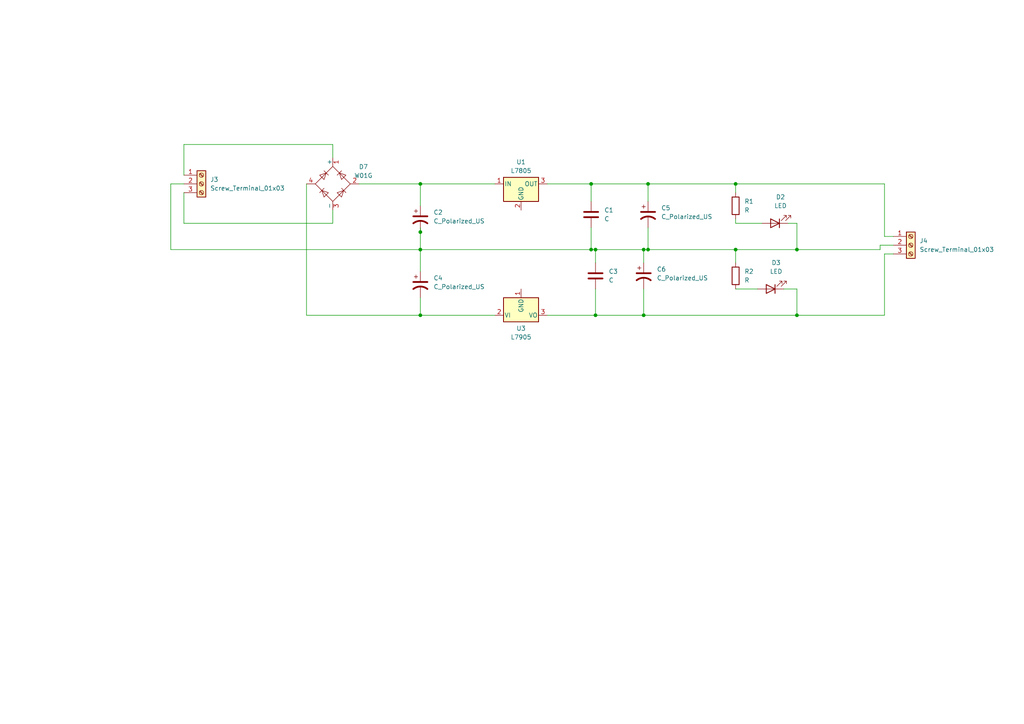
<source format=kicad_sch>
(kicad_sch
	(version 20231120)
	(generator "eeschema")
	(generator_version "8.0")
	(uuid "a33121b3-d463-4a05-a76f-d6d1e0414705")
	(paper "A4")
	(lib_symbols
		(symbol "Connector:Screw_Terminal_01x03"
			(pin_names
				(offset 1.016) hide)
			(exclude_from_sim no)
			(in_bom yes)
			(on_board yes)
			(property "Reference" "J"
				(at 0 5.08 0)
				(effects
					(font
						(size 1.27 1.27)
					)
				)
			)
			(property "Value" "Screw_Terminal_01x03"
				(at 0 -5.08 0)
				(effects
					(font
						(size 1.27 1.27)
					)
				)
			)
			(property "Footprint" ""
				(at 0 0 0)
				(effects
					(font
						(size 1.27 1.27)
					)
					(hide yes)
				)
			)
			(property "Datasheet" "~"
				(at 0 0 0)
				(effects
					(font
						(size 1.27 1.27)
					)
					(hide yes)
				)
			)
			(property "Description" "Generic screw terminal, single row, 01x03, script generated (kicad-library-utils/schlib/autogen/connector/)"
				(at 0 0 0)
				(effects
					(font
						(size 1.27 1.27)
					)
					(hide yes)
				)
			)
			(property "ki_keywords" "screw terminal"
				(at 0 0 0)
				(effects
					(font
						(size 1.27 1.27)
					)
					(hide yes)
				)
			)
			(property "ki_fp_filters" "TerminalBlock*:*"
				(at 0 0 0)
				(effects
					(font
						(size 1.27 1.27)
					)
					(hide yes)
				)
			)
			(symbol "Screw_Terminal_01x03_1_1"
				(rectangle
					(start -1.27 3.81)
					(end 1.27 -3.81)
					(stroke
						(width 0.254)
						(type default)
					)
					(fill
						(type background)
					)
				)
				(circle
					(center 0 -2.54)
					(radius 0.635)
					(stroke
						(width 0.1524)
						(type default)
					)
					(fill
						(type none)
					)
				)
				(polyline
					(pts
						(xy -0.5334 -2.2098) (xy 0.3302 -3.048)
					)
					(stroke
						(width 0.1524)
						(type default)
					)
					(fill
						(type none)
					)
				)
				(polyline
					(pts
						(xy -0.5334 0.3302) (xy 0.3302 -0.508)
					)
					(stroke
						(width 0.1524)
						(type default)
					)
					(fill
						(type none)
					)
				)
				(polyline
					(pts
						(xy -0.5334 2.8702) (xy 0.3302 2.032)
					)
					(stroke
						(width 0.1524)
						(type default)
					)
					(fill
						(type none)
					)
				)
				(polyline
					(pts
						(xy -0.3556 -2.032) (xy 0.508 -2.8702)
					)
					(stroke
						(width 0.1524)
						(type default)
					)
					(fill
						(type none)
					)
				)
				(polyline
					(pts
						(xy -0.3556 0.508) (xy 0.508 -0.3302)
					)
					(stroke
						(width 0.1524)
						(type default)
					)
					(fill
						(type none)
					)
				)
				(polyline
					(pts
						(xy -0.3556 3.048) (xy 0.508 2.2098)
					)
					(stroke
						(width 0.1524)
						(type default)
					)
					(fill
						(type none)
					)
				)
				(circle
					(center 0 0)
					(radius 0.635)
					(stroke
						(width 0.1524)
						(type default)
					)
					(fill
						(type none)
					)
				)
				(circle
					(center 0 2.54)
					(radius 0.635)
					(stroke
						(width 0.1524)
						(type default)
					)
					(fill
						(type none)
					)
				)
				(pin passive line
					(at -5.08 2.54 0)
					(length 3.81)
					(name "Pin_1"
						(effects
							(font
								(size 1.27 1.27)
							)
						)
					)
					(number "1"
						(effects
							(font
								(size 1.27 1.27)
							)
						)
					)
				)
				(pin passive line
					(at -5.08 0 0)
					(length 3.81)
					(name "Pin_2"
						(effects
							(font
								(size 1.27 1.27)
							)
						)
					)
					(number "2"
						(effects
							(font
								(size 1.27 1.27)
							)
						)
					)
				)
				(pin passive line
					(at -5.08 -2.54 0)
					(length 3.81)
					(name "Pin_3"
						(effects
							(font
								(size 1.27 1.27)
							)
						)
					)
					(number "3"
						(effects
							(font
								(size 1.27 1.27)
							)
						)
					)
				)
			)
		)
		(symbol "Device:C"
			(pin_numbers hide)
			(pin_names
				(offset 0.254)
			)
			(exclude_from_sim no)
			(in_bom yes)
			(on_board yes)
			(property "Reference" "C"
				(at 0.635 2.54 0)
				(effects
					(font
						(size 1.27 1.27)
					)
					(justify left)
				)
			)
			(property "Value" "C"
				(at 0.635 -2.54 0)
				(effects
					(font
						(size 1.27 1.27)
					)
					(justify left)
				)
			)
			(property "Footprint" ""
				(at 0.9652 -3.81 0)
				(effects
					(font
						(size 1.27 1.27)
					)
					(hide yes)
				)
			)
			(property "Datasheet" "~"
				(at 0 0 0)
				(effects
					(font
						(size 1.27 1.27)
					)
					(hide yes)
				)
			)
			(property "Description" "Unpolarized capacitor"
				(at 0 0 0)
				(effects
					(font
						(size 1.27 1.27)
					)
					(hide yes)
				)
			)
			(property "ki_keywords" "cap capacitor"
				(at 0 0 0)
				(effects
					(font
						(size 1.27 1.27)
					)
					(hide yes)
				)
			)
			(property "ki_fp_filters" "C_*"
				(at 0 0 0)
				(effects
					(font
						(size 1.27 1.27)
					)
					(hide yes)
				)
			)
			(symbol "C_0_1"
				(polyline
					(pts
						(xy -2.032 -0.762) (xy 2.032 -0.762)
					)
					(stroke
						(width 0.508)
						(type default)
					)
					(fill
						(type none)
					)
				)
				(polyline
					(pts
						(xy -2.032 0.762) (xy 2.032 0.762)
					)
					(stroke
						(width 0.508)
						(type default)
					)
					(fill
						(type none)
					)
				)
			)
			(symbol "C_1_1"
				(pin passive line
					(at 0 3.81 270)
					(length 2.794)
					(name "~"
						(effects
							(font
								(size 1.27 1.27)
							)
						)
					)
					(number "1"
						(effects
							(font
								(size 1.27 1.27)
							)
						)
					)
				)
				(pin passive line
					(at 0 -3.81 90)
					(length 2.794)
					(name "~"
						(effects
							(font
								(size 1.27 1.27)
							)
						)
					)
					(number "2"
						(effects
							(font
								(size 1.27 1.27)
							)
						)
					)
				)
			)
		)
		(symbol "Device:C_Polarized_US"
			(pin_numbers hide)
			(pin_names
				(offset 0.254) hide)
			(exclude_from_sim no)
			(in_bom yes)
			(on_board yes)
			(property "Reference" "C"
				(at 0.635 2.54 0)
				(effects
					(font
						(size 1.27 1.27)
					)
					(justify left)
				)
			)
			(property "Value" "C_Polarized_US"
				(at 0.635 -2.54 0)
				(effects
					(font
						(size 1.27 1.27)
					)
					(justify left)
				)
			)
			(property "Footprint" ""
				(at 0 0 0)
				(effects
					(font
						(size 1.27 1.27)
					)
					(hide yes)
				)
			)
			(property "Datasheet" "~"
				(at 0 0 0)
				(effects
					(font
						(size 1.27 1.27)
					)
					(hide yes)
				)
			)
			(property "Description" "Polarized capacitor, US symbol"
				(at 0 0 0)
				(effects
					(font
						(size 1.27 1.27)
					)
					(hide yes)
				)
			)
			(property "ki_keywords" "cap capacitor"
				(at 0 0 0)
				(effects
					(font
						(size 1.27 1.27)
					)
					(hide yes)
				)
			)
			(property "ki_fp_filters" "CP_*"
				(at 0 0 0)
				(effects
					(font
						(size 1.27 1.27)
					)
					(hide yes)
				)
			)
			(symbol "C_Polarized_US_0_1"
				(polyline
					(pts
						(xy -2.032 0.762) (xy 2.032 0.762)
					)
					(stroke
						(width 0.508)
						(type default)
					)
					(fill
						(type none)
					)
				)
				(polyline
					(pts
						(xy -1.778 2.286) (xy -0.762 2.286)
					)
					(stroke
						(width 0)
						(type default)
					)
					(fill
						(type none)
					)
				)
				(polyline
					(pts
						(xy -1.27 1.778) (xy -1.27 2.794)
					)
					(stroke
						(width 0)
						(type default)
					)
					(fill
						(type none)
					)
				)
				(arc
					(start 2.032 -1.27)
					(mid 0 -0.5572)
					(end -2.032 -1.27)
					(stroke
						(width 0.508)
						(type default)
					)
					(fill
						(type none)
					)
				)
			)
			(symbol "C_Polarized_US_1_1"
				(pin passive line
					(at 0 3.81 270)
					(length 2.794)
					(name "~"
						(effects
							(font
								(size 1.27 1.27)
							)
						)
					)
					(number "1"
						(effects
							(font
								(size 1.27 1.27)
							)
						)
					)
				)
				(pin passive line
					(at 0 -3.81 90)
					(length 3.302)
					(name "~"
						(effects
							(font
								(size 1.27 1.27)
							)
						)
					)
					(number "2"
						(effects
							(font
								(size 1.27 1.27)
							)
						)
					)
				)
			)
		)
		(symbol "Device:LED"
			(pin_numbers hide)
			(pin_names
				(offset 1.016) hide)
			(exclude_from_sim no)
			(in_bom yes)
			(on_board yes)
			(property "Reference" "D"
				(at 0 2.54 0)
				(effects
					(font
						(size 1.27 1.27)
					)
				)
			)
			(property "Value" "LED"
				(at 0 -2.54 0)
				(effects
					(font
						(size 1.27 1.27)
					)
				)
			)
			(property "Footprint" ""
				(at 0 0 0)
				(effects
					(font
						(size 1.27 1.27)
					)
					(hide yes)
				)
			)
			(property "Datasheet" "~"
				(at 0 0 0)
				(effects
					(font
						(size 1.27 1.27)
					)
					(hide yes)
				)
			)
			(property "Description" "Light emitting diode"
				(at 0 0 0)
				(effects
					(font
						(size 1.27 1.27)
					)
					(hide yes)
				)
			)
			(property "ki_keywords" "LED diode"
				(at 0 0 0)
				(effects
					(font
						(size 1.27 1.27)
					)
					(hide yes)
				)
			)
			(property "ki_fp_filters" "LED* LED_SMD:* LED_THT:*"
				(at 0 0 0)
				(effects
					(font
						(size 1.27 1.27)
					)
					(hide yes)
				)
			)
			(symbol "LED_0_1"
				(polyline
					(pts
						(xy -1.27 -1.27) (xy -1.27 1.27)
					)
					(stroke
						(width 0.254)
						(type default)
					)
					(fill
						(type none)
					)
				)
				(polyline
					(pts
						(xy -1.27 0) (xy 1.27 0)
					)
					(stroke
						(width 0)
						(type default)
					)
					(fill
						(type none)
					)
				)
				(polyline
					(pts
						(xy 1.27 -1.27) (xy 1.27 1.27) (xy -1.27 0) (xy 1.27 -1.27)
					)
					(stroke
						(width 0.254)
						(type default)
					)
					(fill
						(type none)
					)
				)
				(polyline
					(pts
						(xy -3.048 -0.762) (xy -4.572 -2.286) (xy -3.81 -2.286) (xy -4.572 -2.286) (xy -4.572 -1.524)
					)
					(stroke
						(width 0)
						(type default)
					)
					(fill
						(type none)
					)
				)
				(polyline
					(pts
						(xy -1.778 -0.762) (xy -3.302 -2.286) (xy -2.54 -2.286) (xy -3.302 -2.286) (xy -3.302 -1.524)
					)
					(stroke
						(width 0)
						(type default)
					)
					(fill
						(type none)
					)
				)
			)
			(symbol "LED_1_1"
				(pin passive line
					(at -3.81 0 0)
					(length 2.54)
					(name "K"
						(effects
							(font
								(size 1.27 1.27)
							)
						)
					)
					(number "1"
						(effects
							(font
								(size 1.27 1.27)
							)
						)
					)
				)
				(pin passive line
					(at 3.81 0 180)
					(length 2.54)
					(name "A"
						(effects
							(font
								(size 1.27 1.27)
							)
						)
					)
					(number "2"
						(effects
							(font
								(size 1.27 1.27)
							)
						)
					)
				)
			)
		)
		(symbol "Device:R"
			(pin_numbers hide)
			(pin_names
				(offset 0)
			)
			(exclude_from_sim no)
			(in_bom yes)
			(on_board yes)
			(property "Reference" "R"
				(at 2.032 0 90)
				(effects
					(font
						(size 1.27 1.27)
					)
				)
			)
			(property "Value" "R"
				(at 0 0 90)
				(effects
					(font
						(size 1.27 1.27)
					)
				)
			)
			(property "Footprint" ""
				(at -1.778 0 90)
				(effects
					(font
						(size 1.27 1.27)
					)
					(hide yes)
				)
			)
			(property "Datasheet" "~"
				(at 0 0 0)
				(effects
					(font
						(size 1.27 1.27)
					)
					(hide yes)
				)
			)
			(property "Description" "Resistor"
				(at 0 0 0)
				(effects
					(font
						(size 1.27 1.27)
					)
					(hide yes)
				)
			)
			(property "ki_keywords" "R res resistor"
				(at 0 0 0)
				(effects
					(font
						(size 1.27 1.27)
					)
					(hide yes)
				)
			)
			(property "ki_fp_filters" "R_*"
				(at 0 0 0)
				(effects
					(font
						(size 1.27 1.27)
					)
					(hide yes)
				)
			)
			(symbol "R_0_1"
				(rectangle
					(start -1.016 -2.54)
					(end 1.016 2.54)
					(stroke
						(width 0.254)
						(type default)
					)
					(fill
						(type none)
					)
				)
			)
			(symbol "R_1_1"
				(pin passive line
					(at 0 3.81 270)
					(length 1.27)
					(name "~"
						(effects
							(font
								(size 1.27 1.27)
							)
						)
					)
					(number "1"
						(effects
							(font
								(size 1.27 1.27)
							)
						)
					)
				)
				(pin passive line
					(at 0 -3.81 90)
					(length 1.27)
					(name "~"
						(effects
							(font
								(size 1.27 1.27)
							)
						)
					)
					(number "2"
						(effects
							(font
								(size 1.27 1.27)
							)
						)
					)
				)
			)
		)
		(symbol "Diode_Bridge:W01G"
			(pin_names
				(offset 0)
			)
			(exclude_from_sim no)
			(in_bom yes)
			(on_board yes)
			(property "Reference" "D"
				(at 2.54 6.985 0)
				(effects
					(font
						(size 1.27 1.27)
					)
					(justify left)
				)
			)
			(property "Value" "W01G"
				(at 2.54 5.08 0)
				(effects
					(font
						(size 1.27 1.27)
					)
					(justify left)
				)
			)
			(property "Footprint" "Diode_THT:Diode_Bridge_Round_D9.8mm"
				(at 3.81 3.175 0)
				(effects
					(font
						(size 1.27 1.27)
					)
					(justify left)
					(hide yes)
				)
			)
			(property "Datasheet" "https://www.vishay.com/docs/88769/woo5g.pdf"
				(at 0 0 0)
				(effects
					(font
						(size 1.27 1.27)
					)
					(hide yes)
				)
			)
			(property "Description" "Glass Passivated Single-Phase Bridge Rectifier, 70V Vrms, 1.5A If, WOG package"
				(at 0 0 0)
				(effects
					(font
						(size 1.27 1.27)
					)
					(hide yes)
				)
			)
			(property "ki_keywords" "Bridge Rectifier acdc"
				(at 0 0 0)
				(effects
					(font
						(size 1.27 1.27)
					)
					(hide yes)
				)
			)
			(property "ki_fp_filters" "D*Bridge*Round*D9.8mm*"
				(at 0 0 0)
				(effects
					(font
						(size 1.27 1.27)
					)
					(hide yes)
				)
			)
			(symbol "W01G_0_1"
				(polyline
					(pts
						(xy -2.54 3.81) (xy -1.27 2.54)
					)
					(stroke
						(width 0)
						(type default)
					)
					(fill
						(type none)
					)
				)
				(polyline
					(pts
						(xy -1.27 -2.54) (xy -2.54 -3.81)
					)
					(stroke
						(width 0)
						(type default)
					)
					(fill
						(type none)
					)
				)
				(polyline
					(pts
						(xy 2.54 -1.27) (xy 3.81 -2.54)
					)
					(stroke
						(width 0)
						(type default)
					)
					(fill
						(type none)
					)
				)
				(polyline
					(pts
						(xy 2.54 1.27) (xy 3.81 2.54)
					)
					(stroke
						(width 0)
						(type default)
					)
					(fill
						(type none)
					)
				)
				(polyline
					(pts
						(xy -3.81 2.54) (xy -2.54 1.27) (xy -1.905 3.175) (xy -3.81 2.54)
					)
					(stroke
						(width 0)
						(type default)
					)
					(fill
						(type none)
					)
				)
				(polyline
					(pts
						(xy -2.54 -1.27) (xy -3.81 -2.54) (xy -1.905 -3.175) (xy -2.54 -1.27)
					)
					(stroke
						(width 0)
						(type default)
					)
					(fill
						(type none)
					)
				)
				(polyline
					(pts
						(xy 1.27 2.54) (xy 2.54 3.81) (xy 3.175 1.905) (xy 1.27 2.54)
					)
					(stroke
						(width 0)
						(type default)
					)
					(fill
						(type none)
					)
				)
				(polyline
					(pts
						(xy 3.175 -1.905) (xy 1.27 -2.54) (xy 2.54 -3.81) (xy 3.175 -1.905)
					)
					(stroke
						(width 0)
						(type default)
					)
					(fill
						(type none)
					)
				)
				(polyline
					(pts
						(xy -5.08 0) (xy 0 -5.08) (xy 5.08 0) (xy 0 5.08) (xy -5.08 0)
					)
					(stroke
						(width 0)
						(type default)
					)
					(fill
						(type none)
					)
				)
			)
			(symbol "W01G_1_1"
				(pin passive line
					(at 7.62 0 180)
					(length 2.54)
					(name "+"
						(effects
							(font
								(size 1.27 1.27)
							)
						)
					)
					(number "1"
						(effects
							(font
								(size 1.27 1.27)
							)
						)
					)
				)
				(pin passive line
					(at 0 -7.62 90)
					(length 2.54)
					(name "~"
						(effects
							(font
								(size 1.27 1.27)
							)
						)
					)
					(number "2"
						(effects
							(font
								(size 1.27 1.27)
							)
						)
					)
				)
				(pin passive line
					(at -7.62 0 0)
					(length 2.54)
					(name "-"
						(effects
							(font
								(size 1.27 1.27)
							)
						)
					)
					(number "3"
						(effects
							(font
								(size 1.27 1.27)
							)
						)
					)
				)
				(pin passive line
					(at 0 7.62 270)
					(length 2.54)
					(name "~"
						(effects
							(font
								(size 1.27 1.27)
							)
						)
					)
					(number "4"
						(effects
							(font
								(size 1.27 1.27)
							)
						)
					)
				)
			)
		)
		(symbol "Regulator_Linear:L7805"
			(pin_names
				(offset 0.254)
			)
			(exclude_from_sim no)
			(in_bom yes)
			(on_board yes)
			(property "Reference" "U"
				(at -3.81 3.175 0)
				(effects
					(font
						(size 1.27 1.27)
					)
				)
			)
			(property "Value" "L7805"
				(at 0 3.175 0)
				(effects
					(font
						(size 1.27 1.27)
					)
					(justify left)
				)
			)
			(property "Footprint" ""
				(at 0.635 -3.81 0)
				(effects
					(font
						(size 1.27 1.27)
						(italic yes)
					)
					(justify left)
					(hide yes)
				)
			)
			(property "Datasheet" "http://www.st.com/content/ccc/resource/technical/document/datasheet/41/4f/b3/b0/12/d4/47/88/CD00000444.pdf/files/CD00000444.pdf/jcr:content/translations/en.CD00000444.pdf"
				(at 0 -1.27 0)
				(effects
					(font
						(size 1.27 1.27)
					)
					(hide yes)
				)
			)
			(property "Description" "Positive 1.5A 35V Linear Regulator, Fixed Output 5V, TO-220/TO-263/TO-252"
				(at 0 0 0)
				(effects
					(font
						(size 1.27 1.27)
					)
					(hide yes)
				)
			)
			(property "ki_keywords" "Voltage Regulator 1.5A Positive"
				(at 0 0 0)
				(effects
					(font
						(size 1.27 1.27)
					)
					(hide yes)
				)
			)
			(property "ki_fp_filters" "TO?252* TO?263* TO?220*"
				(at 0 0 0)
				(effects
					(font
						(size 1.27 1.27)
					)
					(hide yes)
				)
			)
			(symbol "L7805_0_1"
				(rectangle
					(start -5.08 1.905)
					(end 5.08 -5.08)
					(stroke
						(width 0.254)
						(type default)
					)
					(fill
						(type background)
					)
				)
			)
			(symbol "L7805_1_1"
				(pin power_in line
					(at -7.62 0 0)
					(length 2.54)
					(name "IN"
						(effects
							(font
								(size 1.27 1.27)
							)
						)
					)
					(number "1"
						(effects
							(font
								(size 1.27 1.27)
							)
						)
					)
				)
				(pin power_in line
					(at 0 -7.62 90)
					(length 2.54)
					(name "GND"
						(effects
							(font
								(size 1.27 1.27)
							)
						)
					)
					(number "2"
						(effects
							(font
								(size 1.27 1.27)
							)
						)
					)
				)
				(pin power_out line
					(at 7.62 0 180)
					(length 2.54)
					(name "OUT"
						(effects
							(font
								(size 1.27 1.27)
							)
						)
					)
					(number "3"
						(effects
							(font
								(size 1.27 1.27)
							)
						)
					)
				)
			)
		)
		(symbol "Regulator_Linear:L7905"
			(pin_names
				(offset 0.254)
			)
			(exclude_from_sim no)
			(in_bom yes)
			(on_board yes)
			(property "Reference" "U"
				(at -3.81 -3.175 0)
				(effects
					(font
						(size 1.27 1.27)
					)
				)
			)
			(property "Value" "L7905"
				(at 0 -3.175 0)
				(effects
					(font
						(size 1.27 1.27)
					)
					(justify left)
				)
			)
			(property "Footprint" ""
				(at 0 -5.08 0)
				(effects
					(font
						(size 1.27 1.27)
						(italic yes)
					)
					(hide yes)
				)
			)
			(property "Datasheet" "http://www.st.com/content/ccc/resource/technical/document/datasheet/c9/16/86/41/c7/2b/45/f2/CD00000450.pdf/files/CD00000450.pdf/jcr:content/translations/en.CD00000450.pdf"
				(at 0 0 0)
				(effects
					(font
						(size 1.27 1.27)
					)
					(hide yes)
				)
			)
			(property "Description" "Negative 1.5A 35V Linear Regulator, Fixed Output -5V, TO-220/TO-263"
				(at 0 0 0)
				(effects
					(font
						(size 1.27 1.27)
					)
					(hide yes)
				)
			)
			(property "ki_keywords" "Voltage Regulator 1.5A Negative"
				(at 0 0 0)
				(effects
					(font
						(size 1.27 1.27)
					)
					(hide yes)
				)
			)
			(property "ki_fp_filters" "TO?220* TO?263*"
				(at 0 0 0)
				(effects
					(font
						(size 1.27 1.27)
					)
					(hide yes)
				)
			)
			(symbol "L7905_0_1"
				(rectangle
					(start -5.08 5.08)
					(end 5.08 -1.905)
					(stroke
						(width 0.254)
						(type default)
					)
					(fill
						(type background)
					)
				)
			)
			(symbol "L7905_1_1"
				(pin power_in line
					(at 0 7.62 270)
					(length 2.54)
					(name "GND"
						(effects
							(font
								(size 1.27 1.27)
							)
						)
					)
					(number "1"
						(effects
							(font
								(size 1.27 1.27)
							)
						)
					)
				)
				(pin power_in line
					(at -7.62 0 0)
					(length 2.54)
					(name "VI"
						(effects
							(font
								(size 1.27 1.27)
							)
						)
					)
					(number "2"
						(effects
							(font
								(size 1.27 1.27)
							)
						)
					)
				)
				(pin power_out line
					(at 7.62 0 180)
					(length 2.54)
					(name "VO"
						(effects
							(font
								(size 1.27 1.27)
							)
						)
					)
					(number "3"
						(effects
							(font
								(size 1.27 1.27)
							)
						)
					)
				)
			)
		)
	)
	(junction
		(at 121.92 53.34)
		(diameter 0)
		(color 0 0 0 0)
		(uuid "1bd8e484-3e1a-42c4-b4e5-46b7f1eca9f9")
	)
	(junction
		(at 121.92 91.44)
		(diameter 0)
		(color 0 0 0 0)
		(uuid "301ea0fc-cdcd-43bc-9351-8a6d60da2c54")
	)
	(junction
		(at 171.45 72.39)
		(diameter 0)
		(color 0 0 0 0)
		(uuid "30db0628-4a57-4eb5-8bf4-01cd70f79485")
	)
	(junction
		(at 187.96 72.39)
		(diameter 0)
		(color 0 0 0 0)
		(uuid "59e01e39-2d45-4fb0-bc88-877fe16f5673")
	)
	(junction
		(at 213.36 72.39)
		(diameter 0)
		(color 0 0 0 0)
		(uuid "6cde9ceb-97a5-4da0-bd1f-4dbeee20dc87")
	)
	(junction
		(at 231.14 72.39)
		(diameter 0)
		(color 0 0 0 0)
		(uuid "700204f0-83c2-4c71-b915-985a47aa8700")
	)
	(junction
		(at 231.14 91.44)
		(diameter 0)
		(color 0 0 0 0)
		(uuid "7181d08a-aef5-471e-a013-cb1e9970288c")
	)
	(junction
		(at 121.92 67.31)
		(diameter 0)
		(color 0 0 0 0)
		(uuid "722be534-4a89-45c7-93a1-479234858e77")
	)
	(junction
		(at 172.72 72.39)
		(diameter 0)
		(color 0 0 0 0)
		(uuid "7c3c48c7-486f-4e72-a971-17b7d01bbce2")
	)
	(junction
		(at 186.69 72.39)
		(diameter 0)
		(color 0 0 0 0)
		(uuid "9da37169-48c8-4e1c-b954-3d2da57dc219")
	)
	(junction
		(at 171.45 53.34)
		(diameter 0)
		(color 0 0 0 0)
		(uuid "a6db01bd-d5e6-4d78-b2aa-000916a7a0e7")
	)
	(junction
		(at 186.69 91.44)
		(diameter 0)
		(color 0 0 0 0)
		(uuid "c09f62d5-cd40-40f1-982e-d1e7bb42f08f")
	)
	(junction
		(at 187.96 53.34)
		(diameter 0)
		(color 0 0 0 0)
		(uuid "cb7f4156-6642-41f4-a7e6-741b61c535ac")
	)
	(junction
		(at 213.36 53.34)
		(diameter 0)
		(color 0 0 0 0)
		(uuid "d2dedfa3-c110-4305-b89e-4b5465110fd5")
	)
	(junction
		(at 121.92 72.39)
		(diameter 0)
		(color 0 0 0 0)
		(uuid "d8002d76-b5f8-4e71-9a05-78d859b898ab")
	)
	(junction
		(at 172.72 91.44)
		(diameter 0)
		(color 0 0 0 0)
		(uuid "fb1f3b90-296b-449d-b7e5-70a49fcf0e4b")
	)
	(wire
		(pts
			(xy 53.34 50.8) (xy 53.34 41.91)
		)
		(stroke
			(width 0)
			(type default)
		)
		(uuid "028d3444-2298-4d86-ac36-74e004cb03b7")
	)
	(wire
		(pts
			(xy 213.36 72.39) (xy 231.14 72.39)
		)
		(stroke
			(width 0)
			(type default)
		)
		(uuid "0a9eda1b-fd8a-4334-9883-0d2a14c40e3c")
	)
	(wire
		(pts
			(xy 53.34 53.34) (xy 49.53 53.34)
		)
		(stroke
			(width 0)
			(type default)
		)
		(uuid "0f163455-8670-446a-814e-6f6122124fdd")
	)
	(wire
		(pts
			(xy 255.27 72.39) (xy 255.27 71.12)
		)
		(stroke
			(width 0)
			(type default)
		)
		(uuid "0fe620c3-1b48-474b-8725-dec376a0b0bb")
	)
	(wire
		(pts
			(xy 96.52 41.91) (xy 96.52 45.72)
		)
		(stroke
			(width 0)
			(type default)
		)
		(uuid "1179f108-fb12-4969-8535-cb941c18af4d")
	)
	(wire
		(pts
			(xy 213.36 83.82) (xy 219.71 83.82)
		)
		(stroke
			(width 0)
			(type default)
		)
		(uuid "20dc8b6e-0300-4d68-879a-6da7580bdd34")
	)
	(wire
		(pts
			(xy 228.6 64.77) (xy 231.14 64.77)
		)
		(stroke
			(width 0)
			(type default)
		)
		(uuid "23b2998c-394d-4673-bfa3-c573330e6fe5")
	)
	(wire
		(pts
			(xy 213.36 72.39) (xy 213.36 76.2)
		)
		(stroke
			(width 0)
			(type default)
		)
		(uuid "2f9a1835-0067-47ba-a607-894b8750189e")
	)
	(wire
		(pts
			(xy 53.34 64.77) (xy 53.34 55.88)
		)
		(stroke
			(width 0)
			(type default)
		)
		(uuid "302a44c4-42b6-4668-b69f-e6487f23aa78")
	)
	(wire
		(pts
			(xy 172.72 72.39) (xy 172.72 76.2)
		)
		(stroke
			(width 0)
			(type default)
		)
		(uuid "344f10b7-d635-4842-b5f2-c0d4726ef105")
	)
	(wire
		(pts
			(xy 49.53 72.39) (xy 121.92 72.39)
		)
		(stroke
			(width 0)
			(type default)
		)
		(uuid "42a75dca-4d12-41d9-b24a-d271c379c5dc")
	)
	(wire
		(pts
			(xy 171.45 53.34) (xy 187.96 53.34)
		)
		(stroke
			(width 0)
			(type default)
		)
		(uuid "43e113c4-04c4-441a-a670-5c80a7018864")
	)
	(wire
		(pts
			(xy 172.72 72.39) (xy 186.69 72.39)
		)
		(stroke
			(width 0)
			(type default)
		)
		(uuid "4946f61f-8054-47f3-b9df-7c62b5bb2be6")
	)
	(wire
		(pts
			(xy 187.96 72.39) (xy 213.36 72.39)
		)
		(stroke
			(width 0)
			(type default)
		)
		(uuid "4c8d8fbc-b265-4961-881f-8ae647588b34")
	)
	(wire
		(pts
			(xy 231.14 91.44) (xy 256.54 91.44)
		)
		(stroke
			(width 0)
			(type default)
		)
		(uuid "572c39f9-5da2-4239-b5a4-ea940a03c3ef")
	)
	(wire
		(pts
			(xy 256.54 68.58) (xy 259.08 68.58)
		)
		(stroke
			(width 0)
			(type default)
		)
		(uuid "57f36a6f-742f-44c3-ac25-a6f1ca653301")
	)
	(wire
		(pts
			(xy 121.92 72.39) (xy 171.45 72.39)
		)
		(stroke
			(width 0)
			(type default)
		)
		(uuid "588287a8-d14e-400d-929a-4f9c6462e278")
	)
	(wire
		(pts
			(xy 121.92 53.34) (xy 143.51 53.34)
		)
		(stroke
			(width 0)
			(type default)
		)
		(uuid "5a9975eb-1ce3-46b5-b2e9-f44130db69b8")
	)
	(wire
		(pts
			(xy 227.33 83.82) (xy 231.14 83.82)
		)
		(stroke
			(width 0)
			(type default)
		)
		(uuid "60ac86fb-73eb-4316-b87d-2bbe02ac910b")
	)
	(wire
		(pts
			(xy 213.36 63.5) (xy 213.36 64.77)
		)
		(stroke
			(width 0)
			(type default)
		)
		(uuid "626bc7db-7d20-40ab-a9d2-3c10cfec3fea")
	)
	(wire
		(pts
			(xy 53.34 41.91) (xy 96.52 41.91)
		)
		(stroke
			(width 0)
			(type default)
		)
		(uuid "6aba2d18-1c80-4e35-b1b4-1a3277e492ce")
	)
	(wire
		(pts
			(xy 172.72 91.44) (xy 186.69 91.44)
		)
		(stroke
			(width 0)
			(type default)
		)
		(uuid "6e2d24a2-14a0-428c-8474-3a97115a1bb8")
	)
	(wire
		(pts
			(xy 121.92 67.31) (xy 121.92 72.39)
		)
		(stroke
			(width 0)
			(type default)
		)
		(uuid "6e74b997-9974-4528-a37e-07b9a93c9790")
	)
	(wire
		(pts
			(xy 213.36 53.34) (xy 256.54 53.34)
		)
		(stroke
			(width 0)
			(type default)
		)
		(uuid "7f6691a3-81ee-4f4a-a72c-eaf2775c88b5")
	)
	(wire
		(pts
			(xy 187.96 66.04) (xy 187.96 72.39)
		)
		(stroke
			(width 0)
			(type default)
		)
		(uuid "803d1114-69d2-4e05-95c7-df5c1f64cb67")
	)
	(wire
		(pts
			(xy 96.52 60.96) (xy 96.52 64.77)
		)
		(stroke
			(width 0)
			(type default)
		)
		(uuid "825eda41-6d76-4ea2-8796-e139383e7182")
	)
	(wire
		(pts
			(xy 49.53 53.34) (xy 49.53 72.39)
		)
		(stroke
			(width 0)
			(type default)
		)
		(uuid "8346b193-dab0-466b-bd68-0e72bf4249f5")
	)
	(wire
		(pts
			(xy 186.69 72.39) (xy 186.69 76.2)
		)
		(stroke
			(width 0)
			(type default)
		)
		(uuid "8452d8d0-7b5e-46aa-bb71-f44a35eb9669")
	)
	(wire
		(pts
			(xy 121.92 86.36) (xy 121.92 91.44)
		)
		(stroke
			(width 0)
			(type default)
		)
		(uuid "87f3aca8-a509-4e8b-bc5b-db9db5ab0f62")
	)
	(wire
		(pts
			(xy 213.36 53.34) (xy 213.36 55.88)
		)
		(stroke
			(width 0)
			(type default)
		)
		(uuid "88043c05-ddcb-42ac-81f7-698b4bad4100")
	)
	(wire
		(pts
			(xy 255.27 71.12) (xy 259.08 71.12)
		)
		(stroke
			(width 0)
			(type default)
		)
		(uuid "890d60fc-86cb-4ddb-8af4-a85e522691e6")
	)
	(wire
		(pts
			(xy 121.92 91.44) (xy 143.51 91.44)
		)
		(stroke
			(width 0)
			(type default)
		)
		(uuid "8f513b10-a932-408f-8383-d46decb6d1c2")
	)
	(wire
		(pts
			(xy 213.36 64.77) (xy 220.98 64.77)
		)
		(stroke
			(width 0)
			(type default)
		)
		(uuid "93bcd3b9-96aa-4d42-b9c4-7277a37a5b1b")
	)
	(wire
		(pts
			(xy 158.75 91.44) (xy 172.72 91.44)
		)
		(stroke
			(width 0)
			(type default)
		)
		(uuid "96619f5d-ea86-4c94-a5fa-163a020ac82c")
	)
	(wire
		(pts
			(xy 256.54 53.34) (xy 256.54 68.58)
		)
		(stroke
			(width 0)
			(type default)
		)
		(uuid "98dfe2ef-211c-4d84-87b2-9bdb791b29ae")
	)
	(wire
		(pts
			(xy 231.14 72.39) (xy 255.27 72.39)
		)
		(stroke
			(width 0)
			(type default)
		)
		(uuid "9b742738-f843-45ad-bd1a-26c00dba16e9")
	)
	(wire
		(pts
			(xy 121.92 66.04) (xy 121.92 67.31)
		)
		(stroke
			(width 0)
			(type default)
		)
		(uuid "9df872da-5649-4220-9176-29fb2b38c8d7")
	)
	(wire
		(pts
			(xy 187.96 53.34) (xy 187.96 58.42)
		)
		(stroke
			(width 0)
			(type default)
		)
		(uuid "a46c46c1-0b00-4b42-a8ef-28d7af7413ef")
	)
	(wire
		(pts
			(xy 158.75 53.34) (xy 171.45 53.34)
		)
		(stroke
			(width 0)
			(type default)
		)
		(uuid "a5fddebb-ee5a-4a23-ae56-89ed75404dcf")
	)
	(wire
		(pts
			(xy 172.72 83.82) (xy 172.72 91.44)
		)
		(stroke
			(width 0)
			(type default)
		)
		(uuid "aa085559-f895-4bd4-84f2-0d932037776c")
	)
	(wire
		(pts
			(xy 186.69 91.44) (xy 231.14 91.44)
		)
		(stroke
			(width 0)
			(type default)
		)
		(uuid "af4c3cfb-9f69-4943-97c2-81a82bdb1c3a")
	)
	(wire
		(pts
			(xy 121.92 72.39) (xy 121.92 78.74)
		)
		(stroke
			(width 0)
			(type default)
		)
		(uuid "b120cd0c-d861-4010-928c-bdd09e5856d5")
	)
	(wire
		(pts
			(xy 231.14 64.77) (xy 231.14 72.39)
		)
		(stroke
			(width 0)
			(type default)
		)
		(uuid "b1d7e7b4-82d3-40fe-b009-5c9616e71a71")
	)
	(wire
		(pts
			(xy 96.52 64.77) (xy 53.34 64.77)
		)
		(stroke
			(width 0)
			(type default)
		)
		(uuid "c4ffaf94-b7eb-4c1b-b2e5-cafb1eb262d5")
	)
	(wire
		(pts
			(xy 186.69 83.82) (xy 186.69 91.44)
		)
		(stroke
			(width 0)
			(type default)
		)
		(uuid "cd5a7baf-83d0-40be-9b7e-df5b13b5ba17")
	)
	(wire
		(pts
			(xy 88.9 53.34) (xy 88.9 91.44)
		)
		(stroke
			(width 0)
			(type default)
		)
		(uuid "d1887a27-7b44-4bd1-943d-dcf52dcac181")
	)
	(wire
		(pts
			(xy 171.45 53.34) (xy 171.45 58.42)
		)
		(stroke
			(width 0)
			(type default)
		)
		(uuid "d700909b-94ab-4005-bfba-2478861fd646")
	)
	(wire
		(pts
			(xy 186.69 72.39) (xy 187.96 72.39)
		)
		(stroke
			(width 0)
			(type default)
		)
		(uuid "df0c50fc-7f3a-4682-bde2-ffb20c5f6a9e")
	)
	(wire
		(pts
			(xy 256.54 91.44) (xy 256.54 73.66)
		)
		(stroke
			(width 0)
			(type default)
		)
		(uuid "e29f7d54-c8a7-4582-b9a4-e1de4d5f4229")
	)
	(wire
		(pts
			(xy 187.96 53.34) (xy 213.36 53.34)
		)
		(stroke
			(width 0)
			(type default)
		)
		(uuid "e93bf467-75ed-4f83-87a2-3545fe4a4f67")
	)
	(wire
		(pts
			(xy 171.45 72.39) (xy 172.72 72.39)
		)
		(stroke
			(width 0)
			(type default)
		)
		(uuid "ee2e572b-a262-4344-8cf9-4430d3b20c8c")
	)
	(wire
		(pts
			(xy 121.92 53.34) (xy 121.92 59.69)
		)
		(stroke
			(width 0)
			(type default)
		)
		(uuid "f3a8447b-16e4-45ab-890d-64655572b315")
	)
	(wire
		(pts
			(xy 171.45 66.04) (xy 171.45 72.39)
		)
		(stroke
			(width 0)
			(type default)
		)
		(uuid "f4f8593e-aeb5-4f5e-92cd-57a71f006c06")
	)
	(wire
		(pts
			(xy 88.9 91.44) (xy 121.92 91.44)
		)
		(stroke
			(width 0)
			(type default)
		)
		(uuid "fe015ada-8a72-4144-b364-197e58f5f168")
	)
	(wire
		(pts
			(xy 104.14 53.34) (xy 121.92 53.34)
		)
		(stroke
			(width 0)
			(type default)
		)
		(uuid "fe46d212-3bbe-458b-8728-5cff812296a3")
	)
	(wire
		(pts
			(xy 231.14 83.82) (xy 231.14 91.44)
		)
		(stroke
			(width 0)
			(type default)
		)
		(uuid "ff3a3860-3442-43d3-8215-e22bf237c5f7")
	)
	(wire
		(pts
			(xy 256.54 73.66) (xy 259.08 73.66)
		)
		(stroke
			(width 0)
			(type default)
		)
		(uuid "ff43df6d-60e9-4b1d-84c3-d21c6174754b")
	)
	(symbol
		(lib_id "Connector:Screw_Terminal_01x03")
		(at 264.16 71.12 0)
		(unit 1)
		(exclude_from_sim no)
		(in_bom yes)
		(on_board yes)
		(dnp no)
		(fields_autoplaced yes)
		(uuid "0b98f2bc-9d67-4c0d-a81f-6ff6675b71e0")
		(property "Reference" "J4"
			(at 266.7 69.8499 0)
			(effects
				(font
					(size 1.27 1.27)
				)
				(justify left)
			)
		)
		(property "Value" "Screw_Terminal_01x03"
			(at 266.7 72.3899 0)
			(effects
				(font
					(size 1.27 1.27)
				)
				(justify left)
			)
		)
		(property "Footprint" ""
			(at 264.16 71.12 0)
			(effects
				(font
					(size 1.27 1.27)
				)
				(hide yes)
			)
		)
		(property "Datasheet" "~"
			(at 264.16 71.12 0)
			(effects
				(font
					(size 1.27 1.27)
				)
				(hide yes)
			)
		)
		(property "Description" "Generic screw terminal, single row, 01x03, script generated (kicad-library-utils/schlib/autogen/connector/)"
			(at 264.16 71.12 0)
			(effects
				(font
					(size 1.27 1.27)
				)
				(hide yes)
			)
		)
		(pin "3"
			(uuid "08cc0515-1f79-406c-8718-63c28a04e030")
		)
		(pin "2"
			(uuid "5167e768-bdcd-4d83-9ebe-57429736ae68")
		)
		(pin "1"
			(uuid "1b6e40fb-f281-45de-bc1f-e572dedfec95")
		)
		(instances
			(project ""
				(path "/a33121b3-d463-4a05-a76f-d6d1e0414705"
					(reference "J4")
					(unit 1)
				)
			)
		)
	)
	(symbol
		(lib_id "Device:LED")
		(at 223.52 83.82 180)
		(unit 1)
		(exclude_from_sim no)
		(in_bom yes)
		(on_board yes)
		(dnp no)
		(fields_autoplaced yes)
		(uuid "0c809769-2bee-4536-80db-3dc53e5bf25f")
		(property "Reference" "D3"
			(at 225.1075 76.2 0)
			(effects
				(font
					(size 1.27 1.27)
				)
			)
		)
		(property "Value" "LED"
			(at 225.1075 78.74 0)
			(effects
				(font
					(size 1.27 1.27)
				)
			)
		)
		(property "Footprint" ""
			(at 223.52 83.82 0)
			(effects
				(font
					(size 1.27 1.27)
				)
				(hide yes)
			)
		)
		(property "Datasheet" "~"
			(at 223.52 83.82 0)
			(effects
				(font
					(size 1.27 1.27)
				)
				(hide yes)
			)
		)
		(property "Description" "Light emitting diode"
			(at 223.52 83.82 0)
			(effects
				(font
					(size 1.27 1.27)
				)
				(hide yes)
			)
		)
		(pin "1"
			(uuid "ebfc3e05-2714-445d-9ccc-af3143493ba8")
		)
		(pin "2"
			(uuid "e7652636-2bd0-4616-99dd-9b0b21381dd9")
		)
		(instances
			(project "tri2"
				(path "/a33121b3-d463-4a05-a76f-d6d1e0414705"
					(reference "D3")
					(unit 1)
				)
			)
		)
	)
	(symbol
		(lib_id "Diode_Bridge:W01G")
		(at 96.52 53.34 90)
		(unit 1)
		(exclude_from_sim no)
		(in_bom yes)
		(on_board yes)
		(dnp no)
		(fields_autoplaced yes)
		(uuid "0e9b3bc7-e07c-4959-ae9b-bc35a14c9463")
		(property "Reference" "D7"
			(at 105.41 48.3868 90)
			(effects
				(font
					(size 1.27 1.27)
				)
			)
		)
		(property "Value" "W01G"
			(at 105.41 50.9268 90)
			(effects
				(font
					(size 1.27 1.27)
				)
			)
		)
		(property "Footprint" "Diode_THT:Diode_Bridge_Round_D9.8mm"
			(at 93.345 49.53 0)
			(effects
				(font
					(size 1.27 1.27)
				)
				(justify left)
				(hide yes)
			)
		)
		(property "Datasheet" "https://www.vishay.com/docs/88769/woo5g.pdf"
			(at 96.52 53.34 0)
			(effects
				(font
					(size 1.27 1.27)
				)
				(hide yes)
			)
		)
		(property "Description" "Glass Passivated Single-Phase Bridge Rectifier, 70V Vrms, 1.5A If, WOG package"
			(at 96.52 53.34 0)
			(effects
				(font
					(size 1.27 1.27)
				)
				(hide yes)
			)
		)
		(pin "2"
			(uuid "2cf2c55a-1554-4e9d-8596-55f1ea0c581a")
		)
		(pin "4"
			(uuid "879dbc1d-90f7-430e-b4f5-f0e3a0f662a4")
		)
		(pin "3"
			(uuid "9e3e9a53-5fe4-41a5-bfbc-a3bf9ade7abe")
		)
		(pin "1"
			(uuid "82374944-d134-4934-a604-c4d8afc6a260")
		)
		(instances
			(project ""
				(path "/a33121b3-d463-4a05-a76f-d6d1e0414705"
					(reference "D7")
					(unit 1)
				)
			)
		)
	)
	(symbol
		(lib_id "Connector:Screw_Terminal_01x03")
		(at 58.42 53.34 0)
		(unit 1)
		(exclude_from_sim no)
		(in_bom yes)
		(on_board yes)
		(dnp no)
		(fields_autoplaced yes)
		(uuid "16194255-033d-4e9b-9a6f-0f8d081f9dd3")
		(property "Reference" "J3"
			(at 60.96 52.0699 0)
			(effects
				(font
					(size 1.27 1.27)
				)
				(justify left)
			)
		)
		(property "Value" "Screw_Terminal_01x03"
			(at 60.96 54.6099 0)
			(effects
				(font
					(size 1.27 1.27)
				)
				(justify left)
			)
		)
		(property "Footprint" ""
			(at 58.42 53.34 0)
			(effects
				(font
					(size 1.27 1.27)
				)
				(hide yes)
			)
		)
		(property "Datasheet" "~"
			(at 58.42 53.34 0)
			(effects
				(font
					(size 1.27 1.27)
				)
				(hide yes)
			)
		)
		(property "Description" "Generic screw terminal, single row, 01x03, script generated (kicad-library-utils/schlib/autogen/connector/)"
			(at 58.42 53.34 0)
			(effects
				(font
					(size 1.27 1.27)
				)
				(hide yes)
			)
		)
		(pin "2"
			(uuid "e5b9d98b-fbb2-45ee-956e-9e72c02736c1")
		)
		(pin "3"
			(uuid "f97ee795-ac50-4147-92b4-0c8af82d14a8")
		)
		(pin "1"
			(uuid "aa392317-a29c-4830-984d-ae1f96ef998a")
		)
		(instances
			(project ""
				(path "/a33121b3-d463-4a05-a76f-d6d1e0414705"
					(reference "J3")
					(unit 1)
				)
			)
		)
	)
	(symbol
		(lib_id "Device:C_Polarized_US")
		(at 187.96 62.23 0)
		(unit 1)
		(exclude_from_sim no)
		(in_bom yes)
		(on_board yes)
		(dnp no)
		(fields_autoplaced yes)
		(uuid "22c51213-9ea8-49ce-910b-39807182238e")
		(property "Reference" "C5"
			(at 191.77 60.3249 0)
			(effects
				(font
					(size 1.27 1.27)
				)
				(justify left)
			)
		)
		(property "Value" "C_Polarized_US"
			(at 191.77 62.8649 0)
			(effects
				(font
					(size 1.27 1.27)
				)
				(justify left)
			)
		)
		(property "Footprint" ""
			(at 187.96 62.23 0)
			(effects
				(font
					(size 1.27 1.27)
				)
				(hide yes)
			)
		)
		(property "Datasheet" "~"
			(at 187.96 62.23 0)
			(effects
				(font
					(size 1.27 1.27)
				)
				(hide yes)
			)
		)
		(property "Description" "Polarized capacitor, US symbol"
			(at 187.96 62.23 0)
			(effects
				(font
					(size 1.27 1.27)
				)
				(hide yes)
			)
		)
		(pin "1"
			(uuid "644edc60-7bb5-454f-968e-5e1f20770dc0")
		)
		(pin "2"
			(uuid "ae0e8863-aa90-4f3e-82c3-b8a43b2b5674")
		)
		(instances
			(project "tri2"
				(path "/a33121b3-d463-4a05-a76f-d6d1e0414705"
					(reference "C5")
					(unit 1)
				)
			)
		)
	)
	(symbol
		(lib_id "Device:C_Polarized_US")
		(at 186.69 80.01 0)
		(unit 1)
		(exclude_from_sim no)
		(in_bom yes)
		(on_board yes)
		(dnp no)
		(fields_autoplaced yes)
		(uuid "39c18cac-4b3e-49ef-b742-6bda5dcb522e")
		(property "Reference" "C6"
			(at 190.5 78.1049 0)
			(effects
				(font
					(size 1.27 1.27)
				)
				(justify left)
			)
		)
		(property "Value" "C_Polarized_US"
			(at 190.5 80.6449 0)
			(effects
				(font
					(size 1.27 1.27)
				)
				(justify left)
			)
		)
		(property "Footprint" ""
			(at 186.69 80.01 0)
			(effects
				(font
					(size 1.27 1.27)
				)
				(hide yes)
			)
		)
		(property "Datasheet" "~"
			(at 186.69 80.01 0)
			(effects
				(font
					(size 1.27 1.27)
				)
				(hide yes)
			)
		)
		(property "Description" "Polarized capacitor, US symbol"
			(at 186.69 80.01 0)
			(effects
				(font
					(size 1.27 1.27)
				)
				(hide yes)
			)
		)
		(pin "1"
			(uuid "f84e8016-42f2-44cd-8b43-3575031f9690")
		)
		(pin "2"
			(uuid "9177142e-9148-4104-b34a-957b3a0f2d2c")
		)
		(instances
			(project "tri2"
				(path "/a33121b3-d463-4a05-a76f-d6d1e0414705"
					(reference "C6")
					(unit 1)
				)
			)
		)
	)
	(symbol
		(lib_id "Device:C_Polarized_US")
		(at 121.92 82.55 0)
		(unit 1)
		(exclude_from_sim no)
		(in_bom yes)
		(on_board yes)
		(dnp no)
		(fields_autoplaced yes)
		(uuid "5dd7594c-a02d-4b65-9b9e-fab07cb2877c")
		(property "Reference" "C4"
			(at 125.73 80.6449 0)
			(effects
				(font
					(size 1.27 1.27)
				)
				(justify left)
			)
		)
		(property "Value" "C_Polarized_US"
			(at 125.73 83.1849 0)
			(effects
				(font
					(size 1.27 1.27)
				)
				(justify left)
			)
		)
		(property "Footprint" ""
			(at 121.92 82.55 0)
			(effects
				(font
					(size 1.27 1.27)
				)
				(hide yes)
			)
		)
		(property "Datasheet" "~"
			(at 121.92 82.55 0)
			(effects
				(font
					(size 1.27 1.27)
				)
				(hide yes)
			)
		)
		(property "Description" "Polarized capacitor, US symbol"
			(at 121.92 82.55 0)
			(effects
				(font
					(size 1.27 1.27)
				)
				(hide yes)
			)
		)
		(pin "1"
			(uuid "88ecee7f-f92f-4e61-b646-7117d9fd000d")
		)
		(pin "2"
			(uuid "8369b862-7ef8-4543-aa7a-7865598cf86a")
		)
		(instances
			(project "tri2"
				(path "/a33121b3-d463-4a05-a76f-d6d1e0414705"
					(reference "C4")
					(unit 1)
				)
			)
		)
	)
	(symbol
		(lib_id "Device:C")
		(at 171.45 62.23 0)
		(unit 1)
		(exclude_from_sim no)
		(in_bom yes)
		(on_board yes)
		(dnp no)
		(fields_autoplaced yes)
		(uuid "63adac1c-082d-44e7-aa25-80e5cb782a14")
		(property "Reference" "C1"
			(at 175.26 60.9599 0)
			(effects
				(font
					(size 1.27 1.27)
				)
				(justify left)
			)
		)
		(property "Value" "C"
			(at 175.26 63.4999 0)
			(effects
				(font
					(size 1.27 1.27)
				)
				(justify left)
			)
		)
		(property "Footprint" ""
			(at 172.4152 66.04 0)
			(effects
				(font
					(size 1.27 1.27)
				)
				(hide yes)
			)
		)
		(property "Datasheet" "~"
			(at 171.45 62.23 0)
			(effects
				(font
					(size 1.27 1.27)
				)
				(hide yes)
			)
		)
		(property "Description" "Unpolarized capacitor"
			(at 171.45 62.23 0)
			(effects
				(font
					(size 1.27 1.27)
				)
				(hide yes)
			)
		)
		(pin "1"
			(uuid "38c0a239-e35a-488f-a570-433e7d30f68c")
		)
		(pin "2"
			(uuid "dd0cfdaf-c2d4-4c2b-ad8e-8a22448a21bd")
		)
		(instances
			(project ""
				(path "/a33121b3-d463-4a05-a76f-d6d1e0414705"
					(reference "C1")
					(unit 1)
				)
			)
		)
	)
	(symbol
		(lib_id "Device:R")
		(at 213.36 59.69 0)
		(unit 1)
		(exclude_from_sim no)
		(in_bom yes)
		(on_board yes)
		(dnp no)
		(fields_autoplaced yes)
		(uuid "80e3ecaf-f37a-437d-880c-ba51ab14c42f")
		(property "Reference" "R1"
			(at 215.9 58.4199 0)
			(effects
				(font
					(size 1.27 1.27)
				)
				(justify left)
			)
		)
		(property "Value" "R"
			(at 215.9 60.9599 0)
			(effects
				(font
					(size 1.27 1.27)
				)
				(justify left)
			)
		)
		(property "Footprint" ""
			(at 211.582 59.69 90)
			(effects
				(font
					(size 1.27 1.27)
				)
				(hide yes)
			)
		)
		(property "Datasheet" "~"
			(at 213.36 59.69 0)
			(effects
				(font
					(size 1.27 1.27)
				)
				(hide yes)
			)
		)
		(property "Description" "Resistor"
			(at 213.36 59.69 0)
			(effects
				(font
					(size 1.27 1.27)
				)
				(hide yes)
			)
		)
		(pin "1"
			(uuid "96936c7b-5edb-4bc6-874f-b2a9ee1e55b2")
		)
		(pin "2"
			(uuid "a91edd06-31cc-444d-b721-6250dd511825")
		)
		(instances
			(project ""
				(path "/a33121b3-d463-4a05-a76f-d6d1e0414705"
					(reference "R1")
					(unit 1)
				)
			)
		)
	)
	(symbol
		(lib_id "Regulator_Linear:L7905")
		(at 151.13 91.44 0)
		(unit 1)
		(exclude_from_sim no)
		(in_bom yes)
		(on_board yes)
		(dnp no)
		(fields_autoplaced yes)
		(uuid "834096e8-e4f0-4415-8448-0c57eae68420")
		(property "Reference" "U3"
			(at 151.13 95.25 0)
			(effects
				(font
					(size 1.27 1.27)
				)
			)
		)
		(property "Value" "L7905"
			(at 151.13 97.79 0)
			(effects
				(font
					(size 1.27 1.27)
				)
			)
		)
		(property "Footprint" ""
			(at 151.13 96.52 0)
			(effects
				(font
					(size 1.27 1.27)
					(italic yes)
				)
				(hide yes)
			)
		)
		(property "Datasheet" "http://www.st.com/content/ccc/resource/technical/document/datasheet/c9/16/86/41/c7/2b/45/f2/CD00000450.pdf/files/CD00000450.pdf/jcr:content/translations/en.CD00000450.pdf"
			(at 151.13 91.44 0)
			(effects
				(font
					(size 1.27 1.27)
				)
				(hide yes)
			)
		)
		(property "Description" "Negative 1.5A 35V Linear Regulator, Fixed Output -5V, TO-220/TO-263"
			(at 151.13 91.44 0)
			(effects
				(font
					(size 1.27 1.27)
				)
				(hide yes)
			)
		)
		(pin "2"
			(uuid "01a4da88-21dc-4b3f-bf34-c683edd85005")
		)
		(pin "3"
			(uuid "00ed417f-f32f-4a05-a01f-59e5b84b9022")
		)
		(pin "1"
			(uuid "e141446d-6eca-4684-8543-ad67295f589d")
		)
		(instances
			(project ""
				(path "/a33121b3-d463-4a05-a76f-d6d1e0414705"
					(reference "U3")
					(unit 1)
				)
			)
		)
	)
	(symbol
		(lib_id "Device:C_Polarized_US")
		(at 121.92 63.5 0)
		(unit 1)
		(exclude_from_sim no)
		(in_bom yes)
		(on_board yes)
		(dnp no)
		(fields_autoplaced yes)
		(uuid "9a5acb67-491c-4aba-b57d-74e335859bca")
		(property "Reference" "C2"
			(at 125.73 61.5949 0)
			(effects
				(font
					(size 1.27 1.27)
				)
				(justify left)
			)
		)
		(property "Value" "C_Polarized_US"
			(at 125.73 64.1349 0)
			(effects
				(font
					(size 1.27 1.27)
				)
				(justify left)
			)
		)
		(property "Footprint" ""
			(at 121.92 63.5 0)
			(effects
				(font
					(size 1.27 1.27)
				)
				(hide yes)
			)
		)
		(property "Datasheet" "~"
			(at 121.92 63.5 0)
			(effects
				(font
					(size 1.27 1.27)
				)
				(hide yes)
			)
		)
		(property "Description" "Polarized capacitor, US symbol"
			(at 121.92 63.5 0)
			(effects
				(font
					(size 1.27 1.27)
				)
				(hide yes)
			)
		)
		(pin "1"
			(uuid "fe89633c-d733-4ba9-8520-35fe33e6ec03")
		)
		(pin "2"
			(uuid "db03e466-dc05-493a-a41e-9ae709b7371d")
		)
		(instances
			(project ""
				(path "/a33121b3-d463-4a05-a76f-d6d1e0414705"
					(reference "C2")
					(unit 1)
				)
			)
		)
	)
	(symbol
		(lib_id "Device:R")
		(at 213.36 80.01 0)
		(unit 1)
		(exclude_from_sim no)
		(in_bom yes)
		(on_board yes)
		(dnp no)
		(fields_autoplaced yes)
		(uuid "9d057fff-fe79-49a9-8d25-f5c225d67886")
		(property "Reference" "R2"
			(at 215.9 78.7399 0)
			(effects
				(font
					(size 1.27 1.27)
				)
				(justify left)
			)
		)
		(property "Value" "R"
			(at 215.9 81.2799 0)
			(effects
				(font
					(size 1.27 1.27)
				)
				(justify left)
			)
		)
		(property "Footprint" ""
			(at 211.582 80.01 90)
			(effects
				(font
					(size 1.27 1.27)
				)
				(hide yes)
			)
		)
		(property "Datasheet" "~"
			(at 213.36 80.01 0)
			(effects
				(font
					(size 1.27 1.27)
				)
				(hide yes)
			)
		)
		(property "Description" "Resistor"
			(at 213.36 80.01 0)
			(effects
				(font
					(size 1.27 1.27)
				)
				(hide yes)
			)
		)
		(pin "1"
			(uuid "4853d889-d3f6-465e-97f6-b1d9ae51b862")
		)
		(pin "2"
			(uuid "0f1f7ae9-9fb5-460e-8722-837d9bda2a80")
		)
		(instances
			(project "tri2"
				(path "/a33121b3-d463-4a05-a76f-d6d1e0414705"
					(reference "R2")
					(unit 1)
				)
			)
		)
	)
	(symbol
		(lib_id "Regulator_Linear:L7805")
		(at 151.13 53.34 0)
		(unit 1)
		(exclude_from_sim no)
		(in_bom yes)
		(on_board yes)
		(dnp no)
		(fields_autoplaced yes)
		(uuid "a2a5c091-b507-4132-8593-fb57a2a7ab55")
		(property "Reference" "U1"
			(at 151.13 46.99 0)
			(effects
				(font
					(size 1.27 1.27)
				)
			)
		)
		(property "Value" "L7805"
			(at 151.13 49.53 0)
			(effects
				(font
					(size 1.27 1.27)
				)
			)
		)
		(property "Footprint" ""
			(at 151.765 57.15 0)
			(effects
				(font
					(size 1.27 1.27)
					(italic yes)
				)
				(justify left)
				(hide yes)
			)
		)
		(property "Datasheet" "http://www.st.com/content/ccc/resource/technical/document/datasheet/41/4f/b3/b0/12/d4/47/88/CD00000444.pdf/files/CD00000444.pdf/jcr:content/translations/en.CD00000444.pdf"
			(at 151.13 54.61 0)
			(effects
				(font
					(size 1.27 1.27)
				)
				(hide yes)
			)
		)
		(property "Description" "Positive 1.5A 35V Linear Regulator, Fixed Output 5V, TO-220/TO-263/TO-252"
			(at 151.13 53.34 0)
			(effects
				(font
					(size 1.27 1.27)
				)
				(hide yes)
			)
		)
		(pin "1"
			(uuid "2793f3d0-4b61-4d6a-a1ef-747852dd2286")
		)
		(pin "2"
			(uuid "df945399-412a-4040-a6c9-7f45ab39b3a5")
		)
		(pin "3"
			(uuid "64e436ac-6e50-4ac9-baf3-bb044d2b09e2")
		)
		(instances
			(project ""
				(path "/a33121b3-d463-4a05-a76f-d6d1e0414705"
					(reference "U1")
					(unit 1)
				)
			)
		)
	)
	(symbol
		(lib_id "Device:C")
		(at 172.72 80.01 0)
		(unit 1)
		(exclude_from_sim no)
		(in_bom yes)
		(on_board yes)
		(dnp no)
		(fields_autoplaced yes)
		(uuid "c1195de6-9cbf-410d-8b81-2f135c6300d4")
		(property "Reference" "C3"
			(at 176.53 78.7399 0)
			(effects
				(font
					(size 1.27 1.27)
				)
				(justify left)
			)
		)
		(property "Value" "C"
			(at 176.53 81.2799 0)
			(effects
				(font
					(size 1.27 1.27)
				)
				(justify left)
			)
		)
		(property "Footprint" ""
			(at 173.6852 83.82 0)
			(effects
				(font
					(size 1.27 1.27)
				)
				(hide yes)
			)
		)
		(property "Datasheet" "~"
			(at 172.72 80.01 0)
			(effects
				(font
					(size 1.27 1.27)
				)
				(hide yes)
			)
		)
		(property "Description" "Unpolarized capacitor"
			(at 172.72 80.01 0)
			(effects
				(font
					(size 1.27 1.27)
				)
				(hide yes)
			)
		)
		(pin "1"
			(uuid "2676e2ab-d841-4ca3-91a5-1a75fb0fe271")
		)
		(pin "2"
			(uuid "63120aa7-17c3-4fb0-b6e2-61646ea97f65")
		)
		(instances
			(project "tri2"
				(path "/a33121b3-d463-4a05-a76f-d6d1e0414705"
					(reference "C3")
					(unit 1)
				)
			)
		)
	)
	(symbol
		(lib_id "Device:LED")
		(at 224.79 64.77 180)
		(unit 1)
		(exclude_from_sim no)
		(in_bom yes)
		(on_board yes)
		(dnp no)
		(fields_autoplaced yes)
		(uuid "c23980d9-3d2e-48cf-8ddb-cf288448130b")
		(property "Reference" "D2"
			(at 226.3775 57.15 0)
			(effects
				(font
					(size 1.27 1.27)
				)
			)
		)
		(property "Value" "LED"
			(at 226.3775 59.69 0)
			(effects
				(font
					(size 1.27 1.27)
				)
			)
		)
		(property "Footprint" ""
			(at 224.79 64.77 0)
			(effects
				(font
					(size 1.27 1.27)
				)
				(hide yes)
			)
		)
		(property "Datasheet" "~"
			(at 224.79 64.77 0)
			(effects
				(font
					(size 1.27 1.27)
				)
				(hide yes)
			)
		)
		(property "Description" "Light emitting diode"
			(at 224.79 64.77 0)
			(effects
				(font
					(size 1.27 1.27)
				)
				(hide yes)
			)
		)
		(pin "1"
			(uuid "c50c3c10-a2eb-4935-b049-542f4e19711c")
		)
		(pin "2"
			(uuid "6b4f40b4-abdd-4317-a7a9-5d2f8d6ffb9c")
		)
		(instances
			(project ""
				(path "/a33121b3-d463-4a05-a76f-d6d1e0414705"
					(reference "D2")
					(unit 1)
				)
			)
		)
	)
	(sheet_instances
		(path "/"
			(page "1")
		)
	)
)

</source>
